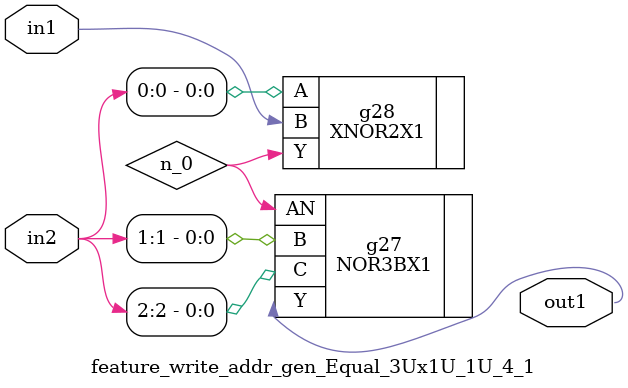
<source format=v>
`timescale 1ps / 1ps


module feature_write_addr_gen_Equal_3Ux1U_1U_4_1(in2, in1, out1);
  input [2:0] in2;
  input in1;
  output out1;
  wire [2:0] in2;
  wire in1;
  wire out1;
  wire n_0;
  NOR3BX1 g27(.AN (n_0), .B (in2[1]), .C (in2[2]), .Y (out1));
  XNOR2X1 g28(.A (in2[0]), .B (in1), .Y (n_0));
endmodule



</source>
